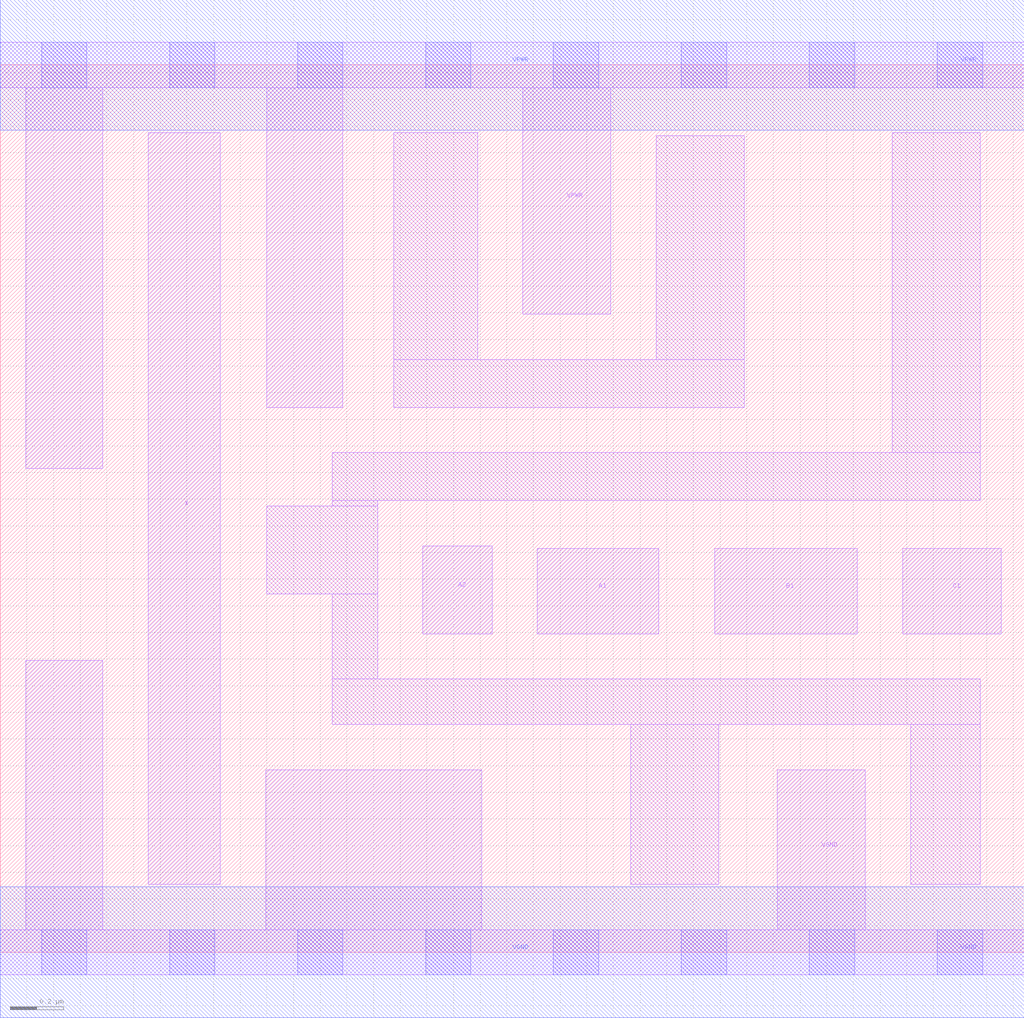
<source format=lef>
# Copyright 2020 The SkyWater PDK Authors
#
# Licensed under the Apache License, Version 2.0 (the "License");
# you may not use this file except in compliance with the License.
# You may obtain a copy of the License at
#
#     https://www.apache.org/licenses/LICENSE-2.0
#
# Unless required by applicable law or agreed to in writing, software
# distributed under the License is distributed on an "AS IS" BASIS,
# WITHOUT WARRANTIES OR CONDITIONS OF ANY KIND, either express or implied.
# See the License for the specific language governing permissions and
# limitations under the License.
#
# SPDX-License-Identifier: Apache-2.0

VERSION 5.7 ;
  NAMESCASESENSITIVE ON ;
  NOWIREEXTENSIONATPIN ON ;
  DIVIDERCHAR "/" ;
  BUSBITCHARS "[]" ;
UNITS
  DATABASE MICRONS 200 ;
END UNITS
MACRO sky130_fd_sc_lp__a211o_2
  CLASS CORE ;
  SOURCE USER ;
  FOREIGN sky130_fd_sc_lp__a211o_2 ;
  ORIGIN  0.000000  0.000000 ;
  SIZE  3.840000 BY  3.330000 ;
  SYMMETRY X Y R90 ;
  SITE unit ;
  PIN A1
    ANTENNAGATEAREA  0.315000 ;
    DIRECTION INPUT ;
    USE SIGNAL ;
    PORT
      LAYER li1 ;
        RECT 2.015000 1.195000 2.470000 1.515000 ;
    END
  END A1
  PIN A2
    ANTENNAGATEAREA  0.315000 ;
    DIRECTION INPUT ;
    USE SIGNAL ;
    PORT
      LAYER li1 ;
        RECT 1.585000 1.195000 1.845000 1.525000 ;
    END
  END A2
  PIN B1
    ANTENNAGATEAREA  0.315000 ;
    DIRECTION INPUT ;
    USE SIGNAL ;
    PORT
      LAYER li1 ;
        RECT 2.680000 1.195000 3.215000 1.515000 ;
    END
  END B1
  PIN C1
    ANTENNAGATEAREA  0.315000 ;
    DIRECTION INPUT ;
    USE SIGNAL ;
    PORT
      LAYER li1 ;
        RECT 3.385000 1.195000 3.755000 1.515000 ;
    END
  END C1
  PIN X
    ANTENNADIFFAREA  0.588000 ;
    DIRECTION OUTPUT ;
    USE SIGNAL ;
    PORT
      LAYER li1 ;
        RECT 0.555000 0.255000 0.825000 3.075000 ;
    END
  END X
  PIN VGND
    DIRECTION INOUT ;
    USE GROUND ;
    PORT
      LAYER li1 ;
        RECT 0.000000 -0.085000 3.840000 0.085000 ;
        RECT 0.095000  0.085000 0.385000 1.095000 ;
        RECT 0.995000  0.085000 1.805000 0.685000 ;
        RECT 2.915000  0.085000 3.245000 0.685000 ;
      LAYER mcon ;
        RECT 0.155000 -0.085000 0.325000 0.085000 ;
        RECT 0.635000 -0.085000 0.805000 0.085000 ;
        RECT 1.115000 -0.085000 1.285000 0.085000 ;
        RECT 1.595000 -0.085000 1.765000 0.085000 ;
        RECT 2.075000 -0.085000 2.245000 0.085000 ;
        RECT 2.555000 -0.085000 2.725000 0.085000 ;
        RECT 3.035000 -0.085000 3.205000 0.085000 ;
        RECT 3.515000 -0.085000 3.685000 0.085000 ;
      LAYER met1 ;
        RECT 0.000000 -0.245000 3.840000 0.245000 ;
    END
  END VGND
  PIN VPWR
    DIRECTION INOUT ;
    USE POWER ;
    PORT
      LAYER li1 ;
        RECT 0.000000 3.245000 3.840000 3.415000 ;
        RECT 0.095000 1.815000 0.385000 3.245000 ;
        RECT 1.000000 2.045000 1.285000 3.245000 ;
        RECT 1.960000 2.395000 2.290000 3.245000 ;
      LAYER mcon ;
        RECT 0.155000 3.245000 0.325000 3.415000 ;
        RECT 0.635000 3.245000 0.805000 3.415000 ;
        RECT 1.115000 3.245000 1.285000 3.415000 ;
        RECT 1.595000 3.245000 1.765000 3.415000 ;
        RECT 2.075000 3.245000 2.245000 3.415000 ;
        RECT 2.555000 3.245000 2.725000 3.415000 ;
        RECT 3.035000 3.245000 3.205000 3.415000 ;
        RECT 3.515000 3.245000 3.685000 3.415000 ;
      LAYER met1 ;
        RECT 0.000000 3.085000 3.840000 3.575000 ;
    END
  END VPWR
  OBS
    LAYER li1 ;
      RECT 1.000000 1.345000 1.415000 1.675000 ;
      RECT 1.245000 0.855000 3.675000 1.025000 ;
      RECT 1.245000 1.025000 1.415000 1.345000 ;
      RECT 1.245000 1.675000 1.415000 1.695000 ;
      RECT 1.245000 1.695000 3.675000 1.875000 ;
      RECT 1.475000 2.045000 2.790000 2.225000 ;
      RECT 1.475000 2.225000 1.790000 3.075000 ;
      RECT 2.365000 0.255000 2.695000 0.855000 ;
      RECT 2.460000 2.225000 2.790000 3.065000 ;
      RECT 3.345000 1.875000 3.675000 3.075000 ;
      RECT 3.415000 0.255000 3.675000 0.855000 ;
  END
END sky130_fd_sc_lp__a211o_2

</source>
